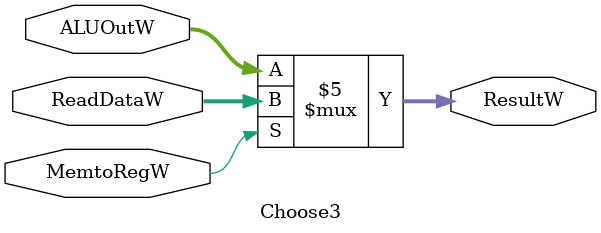
<source format=v>
`timescale 100fs/100fs

module Choose3(
    ALUOutW,
    ReadDataW,
    MemtoRegW,
    ResultW
);

input MemtoRegW;
input [31:0] ALUOutW,ReadDataW;
output reg[31:0] ResultW;
initial begin
    ResultW = 0;
end

always @(*) begin
    if (MemtoRegW == 1)
        ResultW = ReadDataW;
    else
        ResultW = ALUOutW;
end

endmodule // Choose3
</source>
